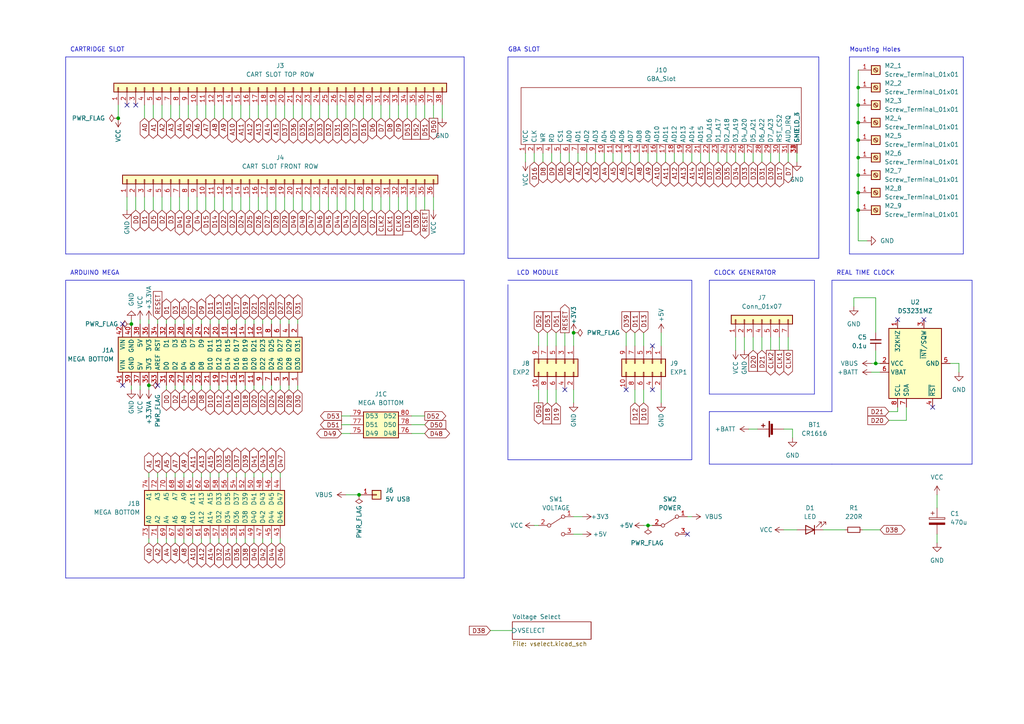
<source format=kicad_sch>
(kicad_sch (version 20231120) (generator "eeschema") (generator_version "8.0")
  (paper "A4")
  (title_block (title "OSCR HW5") (date "2023-07-16") (rev "5"))
  (junction (at 254 105.41))
  (junction (at 248.92 45.72))
  (junction (at 248.92 40.64))
  (junction (at 248.92 55.88))
  (junction (at 248.92 25.4))
  (junction (at 38.1 93.98))
  (junction (at 248.92 30.48))
  (junction (at 104.14 143.51))
  (junction (at 187.96 152.4))
  (junction (at 248.92 60.96))
  (junction (at 248.92 50.8))
  (junction (at 34.29 34.29))
  (junction (at 43.18 111.76))
  (junction (at 248.92 35.56))
  (junction (at 166.37 96.52))
  (no_connect (at 45.72 111.76))
  (no_connect (at 163.83 113.03))
  (no_connect (at 181.61 113.03))
  (no_connect (at 189.23 100.33))
  (no_connect (at 189.23 113.03))
  (no_connect (at 36.83 30.48))
  (no_connect (at 199.39 154.94))
  (no_connect (at 267.97 92.71))
  (no_connect (at 260.35 92.71))
  (no_connect (at 270.51 118.11))
  (no_connect (at 39.37 30.48))
  (no_connect (at 35.56 93.98))
  (no_connect (at 35.56 111.76))
  (wire (pts (xy 123.19 30.48) (xy 123.19 34.29)))
  (wire (pts (xy 49.53 57.15) (xy 49.53 60.96)))
  (wire (pts (xy 203.2 44.45) (xy 203.2 46.99)))
  (wire (pts (xy 254 101.6) (xy 254 105.41)))
  (wire (pts (xy 39.37 57.15) (xy 39.37 60.96)))
  (wire (pts (xy 68.58 111.76) (xy 68.58 113.03)))
  (wire (pts (xy 57.15 57.15) (xy 57.15 60.96)))
  (wire (pts (xy 78.74 92.71) (xy 78.74 93.98)))
  (wire (pts (xy 175.26 44.45) (xy 175.26 46.99)))
  (polyline (pts (xy 241.3 134.62) (xy 205.74 134.62)))
  (wire (pts (xy 110.49 30.48) (xy 110.49 34.29)))
  (wire (pts (xy 231.14 44.45) (xy 231.14 46.99)))
  (wire (pts (xy 92.71 30.48) (xy 92.71 34.29)))
  (wire (pts (xy 77.47 30.48) (xy 77.47 34.29)))
  (wire (pts (xy 248.92 40.64) (xy 248.92 45.72)))
  (wire (pts (xy 50.8 156.21) (xy 50.8 157.48)))
  (wire (pts (xy 63.5 111.76) (xy 63.5 113.03)))
  (wire (pts (xy 223.52 44.45) (xy 223.52 46.99)))
  (polyline (pts (xy 147.32 16.51) (xy 237.49 16.51)))
  (wire (pts (xy 118.11 30.48) (xy 118.11 34.29)))
  (wire (pts (xy 190.5 44.45) (xy 190.5 46.99)))
  (wire (pts (xy 82.55 57.15) (xy 82.55 60.96)))
  (wire (pts (xy 187.96 44.45) (xy 187.96 46.99)))
  (wire (pts (xy 52.07 57.15) (xy 52.07 60.96)))
  (wire (pts (xy 66.04 156.21) (xy 66.04 157.48)))
  (wire (pts (xy 71.12 92.71) (xy 71.12 93.98)))
  (wire (pts (xy 100.33 143.51) (xy 104.14 143.51)))
  (wire (pts (xy 66.04 137.16) (xy 66.04 138.43)))
  (wire (pts (xy 218.44 44.45) (xy 218.44 46.99)))
  (wire (pts (xy 99.06 120.65) (xy 101.6 120.65)))
  (wire (pts (xy 208.28 44.45) (xy 208.28 46.99)))
  (wire (pts (xy 257.81 119.38) (xy 260.35 119.38)))
  (wire (pts (xy 170.18 44.45) (xy 170.18 46.99)))
  (wire (pts (xy 223.52 97.79) (xy 223.52 101.6)))
  (wire (pts (xy 157.48 44.45) (xy 157.48 46.99)))
  (wire (pts (xy 68.58 156.21) (xy 68.58 157.48)))
  (wire (pts (xy 238.76 153.67) (xy 245.11 153.67)))
  (wire (pts (xy 184.15 113.03) (xy 184.15 116.84)))
  (polyline (pts (xy 205.74 81.28) (xy 205.74 114.3)))
  (polyline (pts (xy 205.74 81.28) (xy 236.22 81.28)))
  (polyline (pts (xy 205.74 114.3) (xy 236.22 114.3)))
  (polyline (pts (xy 236.22 114.3) (xy 236.22 81.28)))
  (wire (pts (xy 107.95 30.48) (xy 107.95 34.29)))
  (polyline (pts (xy 205.74 134.62) (xy 205.74 119.38)))
  (wire (pts (xy 248.92 69.85) (xy 251.46 69.85)))
  (wire (pts (xy 254 96.52) (xy 254 86.36)))
  (wire (pts (xy 123.19 57.15) (xy 123.19 60.96)))
  (wire (pts (xy 41.91 30.48) (xy 41.91 34.29)))
  (wire (pts (xy 74.93 30.48) (xy 74.93 34.29)))
  (wire (pts (xy 227.33 124.46) (xy 229.87 124.46)))
  (wire (pts (xy 248.92 20.32) (xy 248.92 25.4)))
  (wire (pts (xy 72.39 30.48) (xy 72.39 34.29)))
  (wire (pts (xy 54.61 57.15) (xy 54.61 60.96)))
  (wire (pts (xy 80.01 57.15) (xy 80.01 60.96)))
  (wire (pts (xy 115.57 57.15) (xy 115.57 60.96)))
  (wire (pts (xy 165.1 44.45) (xy 165.1 46.99)))
  (wire (pts (xy 68.58 92.71) (xy 68.58 93.98)))
  (wire (pts (xy 60.96 92.71) (xy 60.96 93.98)))
  (wire (pts (xy 278.13 105.41) (xy 275.59 105.41)))
  (wire (pts (xy 110.49 57.15) (xy 110.49 60.96)))
  (wire (pts (xy 248.92 35.56) (xy 248.92 40.64)))
  (wire (pts (xy 191.77 96.52) (xy 191.77 100.33)))
  (wire (pts (xy 43.18 156.21) (xy 43.18 157.48)))
  (wire (pts (xy 45.72 137.16) (xy 45.72 138.43)))
  (wire (pts (xy 72.39 57.15) (xy 72.39 60.96)))
  (wire (pts (xy 160.02 44.45) (xy 160.02 46.99)))
  (wire (pts (xy 86.36 111.76) (xy 86.36 113.03)))
  (wire (pts (xy 191.77 113.03) (xy 191.77 116.84)))
  (wire (pts (xy 64.77 30.48) (xy 64.77 34.29)))
  (wire (pts (xy 55.88 92.71) (xy 55.88 93.98)))
  (wire (pts (xy 193.04 44.45) (xy 193.04 46.99)))
  (wire (pts (xy 81.28 92.71) (xy 81.28 93.98)))
  (wire (pts (xy 186.69 96.52) (xy 186.69 100.33)))
  (wire (pts (xy 215.9 44.45) (xy 215.9 46.99)))
  (wire (pts (xy 248.92 55.88) (xy 248.92 60.96)))
  (wire (pts (xy 55.88 156.21) (xy 55.88 157.48)))
  (wire (pts (xy 260.35 119.38) (xy 260.35 118.11)))
  (wire (pts (xy 125.73 30.48) (xy 125.73 34.29)))
  (wire (pts (xy 46.99 30.48) (xy 46.99 34.29)))
  (wire (pts (xy 220.98 97.79) (xy 220.98 101.6)))
  (polyline (pts (xy 281.94 134.62) (xy 281.94 81.28)))
  (wire (pts (xy 50.8 111.76) (xy 50.8 113.03)))
  (wire (pts (xy 205.74 44.45) (xy 205.74 46.99)))
  (wire (pts (xy 73.66 137.16) (xy 73.66 138.43)))
  (wire (pts (xy 63.5 137.16) (xy 63.5 138.43)))
  (wire (pts (xy 44.45 57.15) (xy 44.45 60.96)))
  (wire (pts (xy 105.41 30.48) (xy 105.41 34.29)))
  (wire (pts (xy 48.26 156.21) (xy 48.26 157.48)))
  (polyline (pts (xy 147.32 74.93) (xy 237.49 74.93)))
  (polyline (pts (xy 241.3 134.62) (xy 281.94 134.62)))
  (polyline (pts (xy 246.38 16.51) (xy 246.38 73.66)))
  (polyline (pts (xy 246.38 16.51) (xy 279.4 16.51)))
  (polyline (pts (xy 279.4 16.51) (xy 279.4 73.66)))
  (polyline (pts (xy 279.4 73.66) (xy 246.38 73.66)))
  (wire (pts (xy 41.91 57.15) (xy 41.91 60.96)))
  (wire (pts (xy 220.98 44.45) (xy 220.98 46.99)))
  (wire (pts (xy 81.28 111.76) (xy 81.28 113.03)))
  (wire (pts (xy 187.96 152.4) (xy 189.23 152.4)))
  (wire (pts (xy 68.58 137.16) (xy 68.58 138.43)))
  (wire (pts (xy 44.45 30.48) (xy 44.45 34.29)))
  (wire (pts (xy 53.34 137.16) (xy 53.34 138.43)))
  (wire (pts (xy 120.65 57.15) (xy 120.65 60.96)))
  (wire (pts (xy 158.75 96.52) (xy 158.75 100.33)))
  (wire (pts (xy 78.74 156.21) (xy 78.74 157.48)))
  (wire (pts (xy 50.8 92.71) (xy 50.8 93.98)))
  (wire (pts (xy 252.73 107.95) (xy 255.27 107.95)))
  (wire (pts (xy 247.65 86.36) (xy 247.65 88.9)))
  (wire (pts (xy 252.73 105.41) (xy 254 105.41)))
  (wire (pts (xy 82.55 30.48) (xy 82.55 34.29)))
  (wire (pts (xy 248.92 30.48) (xy 248.92 35.56)))
  (wire (pts (xy 71.12 111.76) (xy 71.12 113.03)))
  (wire (pts (xy 97.79 57.15) (xy 97.79 60.96)))
  (wire (pts (xy 158.75 113.03) (xy 158.75 116.84)))
  (wire (pts (xy 69.85 30.48) (xy 69.85 34.29)))
  (wire (pts (xy 248.92 45.72) (xy 248.92 50.8)))
  (wire (pts (xy 80.01 30.48) (xy 80.01 34.29)))
  (wire (pts (xy 90.17 57.15) (xy 90.17 60.96)))
  (polyline (pts (xy 19.05 16.51) (xy 19.05 73.66)))
  (polyline (pts (xy 19.05 16.51) (xy 134.62 16.51)))
  (polyline (pts (xy 134.62 16.51) (xy 134.62 73.66)))
  (polyline (pts (xy 134.62 73.66) (xy 19.05 73.66)))
  (wire (pts (xy 226.06 97.79) (xy 226.06 101.6)))
  (wire (pts (xy 60.96 137.16) (xy 60.96 138.43)))
  (wire (pts (xy 52.07 30.48) (xy 52.07 34.29)))
  (wire (pts (xy 248.92 50.8) (xy 248.92 55.88)))
  (wire (pts (xy 227.33 153.67) (xy 231.14 153.67)))
  (wire (pts (xy 254 86.36) (xy 247.65 86.36)))
  (wire (pts (xy 78.74 137.16) (xy 78.74 138.43)))
  (wire (pts (xy 100.33 30.48) (xy 100.33 34.29)))
  (wire (pts (xy 58.42 92.71) (xy 58.42 93.98)))
  (wire (pts (xy 177.8 44.45) (xy 177.8 46.99)))
  (wire (pts (xy 58.42 137.16) (xy 58.42 138.43)))
  (wire (pts (xy 38.1 92.71) (xy 38.1 93.98)))
  (wire (pts (xy 34.29 30.48) (xy 34.29 34.29)))
  (wire (pts (xy 95.25 30.48) (xy 95.25 34.29)))
  (wire (pts (xy 50.8 137.16) (xy 50.8 138.43)))
  (wire (pts (xy 154.94 152.4) (xy 156.21 152.4)))
  (wire (pts (xy 95.25 57.15) (xy 95.25 60.96)))
  (wire (pts (xy 77.47 57.15) (xy 77.47 60.96)))
  (wire (pts (xy 186.69 152.4) (xy 187.96 152.4)))
  (wire (pts (xy 64.77 57.15) (xy 64.77 60.96)))
  (wire (pts (xy 271.78 154.94) (xy 271.78 157.48)))
  (polyline (pts (xy 237.49 74.93) (xy 237.49 16.51)))
  (wire (pts (xy 67.31 30.48) (xy 67.31 34.29)))
  (wire (pts (xy 87.63 30.48) (xy 87.63 34.29)))
  (wire (pts (xy 113.03 30.48) (xy 113.03 34.29)))
  (wire (pts (xy 40.64 92.71) (xy 40.64 93.98)))
  (wire (pts (xy 71.12 137.16) (xy 71.12 138.43)))
  (wire (pts (xy 213.36 97.79) (xy 213.36 101.6)))
  (wire (pts (xy 184.15 96.52) (xy 184.15 100.33)))
  (wire (pts (xy 46.99 57.15) (xy 46.99 60.96)))
  (wire (pts (xy 48.26 137.16) (xy 48.26 138.43)))
  (polyline (pts (xy 147.32 81.28) (xy 200.66 81.28)))
  (polyline (pts (xy 147.32 82.55) (xy 147.32 133.35)))
  (polyline (pts (xy 147.32 133.35) (xy 200.66 133.35)))
  (polyline (pts (xy 200.66 133.35) (xy 200.66 81.28)))
  (wire (pts (xy 162.56 44.45) (xy 162.56 46.99)))
  (polyline (pts (xy 19.05 81.28) (xy 19.05 167.64)))
  (polyline (pts (xy 19.05 81.28) (xy 134.62 81.28)))
  (polyline (pts (xy 19.05 167.64) (xy 134.62 167.64)))
  (polyline (pts (xy 134.62 167.64) (xy 134.62 81.28)))
  (wire (pts (xy 107.95 57.15) (xy 107.95 60.96)))
  (wire (pts (xy 199.39 149.86) (xy 200.66 149.86)))
  (wire (pts (xy 76.2 111.76) (xy 76.2 113.03)))
  (wire (pts (xy 67.31 57.15) (xy 67.31 60.96)))
  (wire (pts (xy 99.06 123.19) (xy 101.6 123.19)))
  (wire (pts (xy 54.61 30.48) (xy 54.61 34.29)))
  (wire (pts (xy 156.21 113.03) (xy 156.21 116.84)))
  (wire (pts (xy 278.13 107.95) (xy 278.13 105.41)))
  (wire (pts (xy 45.72 156.21) (xy 45.72 157.48)))
  (wire (pts (xy 163.83 96.52) (xy 163.83 100.33)))
  (wire (pts (xy 53.34 92.71) (xy 53.34 93.98)))
  (wire (pts (xy 166.37 149.86) (xy 168.91 149.86)))
  (wire (pts (xy 119.38 125.73) (xy 123.19 125.73)))
  (wire (pts (xy 166.37 113.03) (xy 166.37 116.84)))
  (wire (pts (xy 262.89 121.92) (xy 257.81 121.92)))
  (wire (pts (xy 156.21 96.52) (xy 156.21 100.33)))
  (wire (pts (xy 49.53 30.48) (xy 49.53 34.29)))
  (wire (pts (xy 271.78 143.51) (xy 271.78 147.32)))
  (wire (pts (xy 198.12 44.45) (xy 198.12 46.99)))
  (polyline (pts (xy 241.3 81.28) (xy 281.94 81.28)))
  (wire (pts (xy 154.94 44.45) (xy 154.94 46.99)))
  (wire (pts (xy 60.96 111.76) (xy 60.96 113.03)))
  (wire (pts (xy 113.03 57.15) (xy 113.03 60.96)))
  (wire (pts (xy 73.66 156.21) (xy 73.66 157.48)))
  (polyline (pts (xy 205.74 119.38) (xy 241.3 119.38)))
  (wire (pts (xy 166.37 96.52) (xy 166.37 100.33)))
  (wire (pts (xy 102.87 30.48) (xy 102.87 34.29)))
  (wire (pts (xy 166.37 154.94) (xy 168.91 154.94)))
  (wire (pts (xy 180.34 44.45) (xy 180.34 46.99)))
  (wire (pts (xy 217.17 124.46) (xy 219.71 124.46)))
  (wire (pts (xy 59.69 30.48) (xy 59.69 34.29)))
  (wire (pts (xy 92.71 57.15) (xy 92.71 60.96)))
  (wire (pts (xy 181.61 96.52) (xy 181.61 100.33)))
  (wire (pts (xy 195.58 44.45) (xy 195.58 46.99)))
  (wire (pts (xy 218.44 97.79) (xy 218.44 101.6)))
  (wire (pts (xy 119.38 120.65) (xy 123.19 120.65)))
  (wire (pts (xy 62.23 57.15) (xy 62.23 60.96)))
  (wire (pts (xy 83.82 92.71) (xy 83.82 93.98)))
  (wire (pts (xy 66.04 111.76) (xy 66.04 113.03)))
  (wire (pts (xy 254 105.41) (xy 255.27 105.41)))
  (wire (pts (xy 262.89 118.11) (xy 262.89 121.92)))
  (wire (pts (xy 48.26 111.76) (xy 48.26 113.03)))
  (wire (pts (xy 228.6 44.45) (xy 228.6 46.99)))
  (wire (pts (xy 58.42 156.21) (xy 58.42 157.48)))
  (wire (pts (xy 43.18 137.16) (xy 43.18 138.43)))
  (wire (pts (xy 128.27 30.48) (xy 128.27 34.29)))
  (wire (pts (xy 161.29 113.03) (xy 161.29 116.84)))
  (wire (pts (xy 248.92 25.4) (xy 248.92 30.48)))
  (wire (pts (xy 74.93 57.15) (xy 74.93 60.96)))
  (wire (pts (xy 43.18 111.76) (xy 43.18 113.03)))
  (wire (pts (xy 48.26 92.71) (xy 48.26 93.98)))
  (wire (pts (xy 229.87 124.46) (xy 229.87 127)))
  (wire (pts (xy 73.66 92.71) (xy 73.66 93.98)))
  (wire (pts (xy 186.69 113.03) (xy 186.69 116.84)))
  (wire (pts (xy 115.57 30.48) (xy 115.57 34.29)))
  (wire (pts (xy 62.23 30.48) (xy 62.23 34.29)))
  (wire (pts (xy 105.41 57.15) (xy 105.41 60.96)))
  (wire (pts (xy 210.82 44.45) (xy 210.82 46.99)))
  (wire (pts (xy 120.65 30.48) (xy 120.65 34.29)))
  (wire (pts (xy 57.15 30.48) (xy 57.15 34.29)))
  (wire (pts (xy 60.96 156.21) (xy 60.96 157.48)))
  (wire (pts (xy 85.09 57.15) (xy 85.09 60.96)))
  (wire (pts (xy 99.06 125.73) (xy 101.6 125.73)))
  (wire (pts (xy 45.72 92.71) (xy 45.72 93.98)))
  (wire (pts (xy 81.28 156.21) (xy 81.28 157.48)))
  (wire (pts (xy 85.09 30.48) (xy 85.09 34.29)))
  (wire (pts (xy 58.42 111.76) (xy 58.42 113.03)))
  (wire (pts (xy 76.2 137.16) (xy 76.2 138.43)))
  (wire (pts (xy 71.12 156.21) (xy 71.12 157.48)))
  (polyline (pts (xy 147.32 16.51) (xy 147.32 74.93)))
  (wire (pts (xy 213.36 44.45) (xy 213.36 46.99)))
  (wire (pts (xy 63.5 156.21) (xy 63.5 157.48)))
  (wire (pts (xy 38.1 111.76) (xy 38.1 113.03)))
  (wire (pts (xy 118.11 57.15) (xy 118.11 60.96)))
  (wire (pts (xy 142.24 182.88) (xy 148.59 182.88)))
  (wire (pts (xy 43.18 92.71) (xy 43.18 93.98)))
  (wire (pts (xy 87.63 57.15) (xy 87.63 60.96)))
  (wire (pts (xy 69.85 57.15) (xy 69.85 60.96)))
  (wire (pts (xy 228.6 97.79) (xy 228.6 101.6)))
  (wire (pts (xy 66.04 92.71) (xy 66.04 93.98)))
  (wire (pts (xy 125.73 57.15) (xy 125.73 60.96)))
  (wire (pts (xy 182.88 44.45) (xy 182.88 46.99)))
  (wire (pts (xy 172.72 44.45) (xy 172.72 46.99)))
  (wire (pts (xy 90.17 30.48) (xy 90.17 34.29)))
  (wire (pts (xy 250.19 153.67) (xy 255.27 153.67)))
  (wire (pts (xy 40.64 111.76) (xy 40.64 113.03)))
  (wire (pts (xy 97.79 30.48) (xy 97.79 34.29)))
  (wire (pts (xy 167.64 44.45) (xy 167.64 46.99)))
  (wire (pts (xy 73.66 111.76) (xy 73.66 113.03)))
  (polyline (pts (xy 241.3 81.28) (xy 241.3 119.38)))
  (wire (pts (xy 36.83 57.15) (xy 36.83 60.96)))
  (wire (pts (xy 185.42 44.45) (xy 185.42 46.99)))
  (wire (pts (xy 161.29 96.52) (xy 161.29 100.33)))
  (wire (pts (xy 100.33 57.15) (xy 100.33 60.96)))
  (wire (pts (xy 53.34 156.21) (xy 53.34 157.48)))
  (wire (pts (xy 55.88 111.76) (xy 55.88 113.03)))
  (wire (pts (xy 53.34 111.76) (xy 53.34 113.03)))
  (wire (pts (xy 76.2 92.71) (xy 76.2 93.98)))
  (wire (pts (xy 83.82 111.76) (xy 83.82 113.03)))
  (wire (pts (xy 55.88 137.16) (xy 55.88 138.43)))
  (wire (pts (xy 102.87 57.15) (xy 102.87 60.96)))
  (wire (pts (xy 119.38 123.19) (xy 123.19 123.19)))
  (wire (pts (xy 76.2 156.21) (xy 76.2 157.48)))
  (wire (pts (xy 200.66 44.45) (xy 200.66 46.99)))
  (wire (pts (xy 215.9 97.79) (xy 215.9 101.6)))
  (wire (pts (xy 248.92 60.96) (xy 248.92 69.85)))
  (wire (pts (xy 59.69 57.15) (xy 59.69 60.96)))
  (wire (pts (xy 86.36 92.71) (xy 86.36 93.98)))
  (wire (pts (xy 78.74 111.76) (xy 78.74 113.03)))
  (wire (pts (xy 63.5 92.71) (xy 63.5 93.98)))
  (wire (pts (xy 152.4 44.45) (xy 152.4 46.99)))
  (wire (pts (xy 226.06 44.45) (xy 226.06 46.99)))
  (wire (pts (xy 81.28 137.16) (xy 81.28 138.43)))
  (text "LCD MODULE" (at 149.86 80.01 0) (effects (font (size 1.27 1.27)) (justify left bottom)))
  (text "REAL TIME CLOCK" (at 242.57 80.01 0) (effects (font (size 1.27 1.27)) (justify left bottom)))
  (text "CLOCK GENERATOR" (at 207.01 80.01 0) (effects (font (size 1.27 1.27)) (justify left bottom)))
  (text "CARTRIDGE SLOT" (at 20.32 15.24 0) (effects (font (size 1.27 1.27)) (justify left bottom)))
  (text "GBA SLOT" (at 147.32 15.24 0) (effects (font (size 1.27 1.27)) (justify left bottom)))
  (text "ARDUINO MEGA" (at 20.32 80.01 0) (effects (font (size 1.27 1.27)) (justify left bottom)))
  (text "Mounting Holes" (at 246.38 15.24 0) (effects (font (size 1.27 1.27)) (justify left bottom)))
  (global_label "D14" (shape bidirectional) (at 66.04 113.03 270) (property "Intersheetrefs" "${INTERSHEET_REFS}" (effects (hide yes))))
  (global_label "A7" (shape bidirectional) (at 182.88 46.99 270) (property "Intersheetrefs" "${INTERSHEET_REFS}" (effects (hide yes))))
  (global_label "D44" (shape bidirectional) (at 78.74 157.48 270) (property "Intersheetrefs" "${INTERSHEET_REFS}" (effects (hide yes))))
  (global_label "A6" (shape bidirectional) (at 57.15 34.29 270) (property "Intersheetrefs" "${INTERSHEET_REFS}" (effects (hide yes))))
  (global_label "D6" (shape bidirectional) (at 162.56 46.99 270) (property "Intersheetrefs" "${INTERSHEET_REFS}" (effects (hide yes))))
  (global_label "D11" (shape input) (at 184.15 96.52 90) (property "Intersheetrefs" "${INTERSHEET_REFS}" (effects (hide yes))))
  (global_label "D51" (shape input) (at 123.19 34.29 270) (property "Intersheetrefs" "${INTERSHEET_REFS}" (effects (hide yes))))
  (global_label "D38" (shape bidirectional) (at 71.12 157.48 270) (property "Intersheetrefs" "${INTERSHEET_REFS}" (effects (hide yes))))
  (global_label "D29" (shape bidirectional) (at 82.55 60.96 270) (property "Intersheetrefs" "${INTERSHEET_REFS}" (effects (hide yes))))
  (global_label "A10" (shape bidirectional) (at 55.88 157.48 270) (property "Intersheetrefs" "${INTERSHEET_REFS}" (effects (hide yes))))
  (global_label "D38" (shape input) (at 142.24 182.88 180) (property "Intersheetrefs" "${INTERSHEET_REFS}" (effects (hide yes))))
  (global_label "A9" (shape bidirectional) (at 64.77 34.29 270) (property "Intersheetrefs" "${INTERSHEET_REFS}" (effects (hide yes))))
  (global_label "D31" (shape bidirectional) (at 97.79 34.29 270) (property "Intersheetrefs" "${INTERSHEET_REFS}" (effects (hide yes))))
  (global_label "D4" (shape bidirectional) (at 53.34 113.03 270) (property "Intersheetrefs" "${INTERSHEET_REFS}" (effects (hide yes))))
  (global_label "D24" (shape bidirectional) (at 69.85 60.96 270) (property "Intersheetrefs" "${INTERSHEET_REFS}" (effects (hide yes))))
  (global_label "D28" (shape bidirectional) (at 83.82 113.03 270) (property "Intersheetrefs" "${INTERSHEET_REFS}" (effects (hide yes))))
  (global_label "D9" (shape bidirectional) (at 160.02 46.99 270) (property "Intersheetrefs" "${INTERSHEET_REFS}" (effects (hide yes))))
  (global_label "D19" (shape bidirectional) (at 71.12 92.71 90) (property "Intersheetrefs" "${INTERSHEET_REFS}" (effects (hide yes))))
  (global_label "CLK2" (shape output) (at 223.52 101.6 270) (property "Intersheetrefs" "${INTERSHEET_REFS}" (effects (hide yes))))
  (global_label "D0" (shape bidirectional) (at 48.26 113.03 270) (property "Intersheetrefs" "${INTERSHEET_REFS}" (effects (hide yes))))
  (global_label "D50" (shape output) (at 125.73 34.29 270) (property "Intersheetrefs" "${INTERSHEET_REFS}" (effects (hide yes))))
  (global_label "D17" (shape bidirectional) (at 102.87 34.29 270) (property "Intersheetrefs" "${INTERSHEET_REFS}" (effects (hide yes))))
  (global_label "D37" (shape bidirectional) (at 68.58 137.16 90) (property "Intersheetrefs" "${INTERSHEET_REFS}" (effects (hide yes))))
  (global_label "D7" (shape bidirectional) (at 228.6 46.99 270) (property "Intersheetrefs" "${INTERSHEET_REFS}" (effects (hide yes))))
  (global_label "D34" (shape bidirectional) (at 90.17 34.29 270) (property "Intersheetrefs" "${INTERSHEET_REFS}" (effects (hide yes))))
  (global_label "A11" (shape bidirectional) (at 69.85 34.29 270) (property "Intersheetrefs" "${INTERSHEET_REFS}" (effects (hide yes))))
  (global_label "A6" (shape bidirectional) (at 50.8 157.48 270) (property "Intersheetrefs" "${INTERSHEET_REFS}" (effects (hide yes))))
  (global_label "D46" (shape bidirectional) (at 92.71 60.96 270) (property "Intersheetrefs" "${INTERSHEET_REFS}" (effects (hide yes))))
  (global_label "A2" (shape bidirectional) (at 170.18 46.99 270) (property "Intersheetrefs" "${INTERSHEET_REFS}" (effects (hide yes))))
  (global_label "D25" (shape bidirectional) (at 72.39 60.96 270) (property "Intersheetrefs" "${INTERSHEET_REFS}" (effects (hide yes))))
  (global_label "A5" (shape bidirectional) (at 177.8 46.99 270) (property "Intersheetrefs" "${INTERSHEET_REFS}" (effects (hide yes))))
  (global_label "D24" (shape bidirectional) (at 78.74 113.03 270) (property "Intersheetrefs" "${INTERSHEET_REFS}" (effects (hide yes))))
  (global_label "CLK1" (shape input) (at 113.03 60.96 270) (property "Intersheetrefs" "${INTERSHEET_REFS}" (effects (hide yes))))
  (global_label "A5" (shape bidirectional) (at 54.61 34.29 270) (property "Intersheetrefs" "${INTERSHEET_REFS}" (effects (hide yes))))
  (global_label "D50" (shape output) (at 156.21 116.84 270) (property "Intersheetrefs" "${INTERSHEET_REFS}" (effects (hide yes))))
  (global_label "A13" (shape bidirectional) (at 198.12 46.99 270) (property "Intersheetrefs" "${INTERSHEET_REFS}" (effects (hide yes))))
  (global_label "CLK0" (shape output) (at 228.6 101.6 270) (property "Intersheetrefs" "${INTERSHEET_REFS}" (effects (hide yes))))
  (global_label "A11" (shape bidirectional) (at 55.88 137.16 90) (property "Intersheetrefs" "${INTERSHEET_REFS}" (effects (hide yes))))
  (global_label "D49" (shape bidirectional) (at 85.09 60.96 270) (property "Intersheetrefs" "${INTERSHEET_REFS}" (effects (hide yes))))
  (global_label "D7" (shape bidirectional) (at 110.49 34.29 270) (property "Intersheetrefs" "${INTERSHEET_REFS}" (effects (hide yes))))
  (global_label "D46" (shape bidirectional) (at 81.28 157.48 270) (property "Intersheetrefs" "${INTERSHEET_REFS}" (effects (hide yes))))
  (global_label "D48" (shape bidirectional) (at 123.19 125.73 0) (property "Intersheetrefs" "${INTERSHEET_REFS}" (effects (hide yes))))
  (global_label "D21" (shape bidirectional) (at 73.66 92.71 90) (property "Intersheetrefs" "${INTERSHEET_REFS}" (effects (hide yes))))
  (global_label "D6" (shape bidirectional) (at 55.88 113.03 270) (property "Intersheetrefs" "${INTERSHEET_REFS}" (effects (hide yes))))
  (global_label "D16" (shape bidirectional) (at 105.41 34.29 270) (property "Intersheetrefs" "${INTERSHEET_REFS}" (effects (hide yes))))
  (global_label "D33" (shape bidirectional) (at 92.71 34.29 270) (property "Intersheetrefs" "${INTERSHEET_REFS}" (effects (hide yes))))
  (global_label "A12" (shape bidirectional) (at 72.39 34.29 270) (property "Intersheetrefs" "${INTERSHEET_REFS}" (effects (hide yes))))
  (global_label "CLK0" (shape input) (at 115.57 60.96 270) (property "Intersheetrefs" "${INTERSHEET_REFS}" (effects (hide yes))))
  (global_label "D9" (shape bidirectional) (at 115.57 34.29 270) (property "Intersheetrefs" "${INTERSHEET_REFS}" (effects (hide yes))))
  (global_label "D53" (shape input) (at 118.11 34.29 270) (property "Intersheetrefs" "${INTERSHEET_REFS}" (effects (hide yes))))
  (global_label "D17" (shape bidirectional) (at 68.58 92.71 90) (property "Intersheetrefs" "${INTERSHEET_REFS}" (effects (hide yes))))
  (global_label "D38" (shape bidirectional) (at 120.65 60.96 270) (property "Intersheetrefs" "${INTERSHEET_REFS}" (effects (hide yes))))
  (global_label "A7" (shape bidirectional) (at 59.69 34.29 270) (property "Intersheetrefs" "${INTERSHEET_REFS}" (effects (hide yes))))
  (global_label "D52" (shape input) (at 120.65 34.29 270) (property "Intersheetrefs" "${INTERSHEET_REFS}" (effects (hide yes))))
  (global_label "D30" (shape bidirectional) (at 100.33 34.29 270) (property "Intersheetrefs" "${INTERSHEET_REFS}" (effects (hide yes))))
  (global_label "D13" (shape input) (at 186.69 96.52 90) (property "Intersheetrefs" "${INTERSHEET_REFS}" (effects (hide yes))))
  (global_label "D8" (shape bidirectional) (at 58.42 113.03 270) (property "Intersheetrefs" "${INTERSHEET_REFS}" (effects (hide yes))))
  (global_label "D40" (shape bidirectional) (at 54.61 60.96 270) (property "Intersheetrefs" "${INTERSHEET_REFS}" (effects (hide yes))))
  (global_label "D15" (shape bidirectional) (at 59.69 60.96 270) (property "Intersheetrefs" "${INTERSHEET_REFS}" (effects (hide yes))))
  (global_label "A10" (shape bidirectional) (at 190.5 46.99 270) (property "Intersheetrefs" "${INTERSHEET_REFS}" (effects (hide yes))))
  (global_label "D34" (shape bidirectional) (at 66.04 157.48 270) (property "Intersheetrefs" "${INTERSHEET_REFS}" (effects (hide yes))))
  (global_label "D22" (shape bidirectional) (at 76.2 113.03 270) (property "Intersheetrefs" "${INTERSHEET_REFS}" (effects (hide yes))))
  (global_label "D26" (shape bidirectional) (at 81.28 113.03 270) (property "Intersheetrefs" "${INTERSHEET_REFS}" (effects (hide yes))))
  (global_label "D28" (shape bidirectional) (at 80.01 60.96 270) (property "Intersheetrefs" "${INTERSHEET_REFS}" (effects (hide yes))))
  (global_label "A3" (shape bidirectional) (at 172.72 46.99 270) (property "Intersheetrefs" "${INTERSHEET_REFS}" (effects (hide yes))))
  (global_label "D42" (shape bidirectional) (at 76.2 157.48 270) (property "Intersheetrefs" "${INTERSHEET_REFS}" (effects (hide yes))))
  (global_label "D43" (shape bidirectional) (at 76.2 137.16 90) (property "Intersheetrefs" "${INTERSHEET_REFS}" (effects (hide yes))))
  (global_label "A1" (shape bidirectional) (at 44.45 34.29 270) (property "Intersheetrefs" "${INTERSHEET_REFS}" (effects (hide yes))))
  (global_label "D47" (shape bidirectional) (at 90.17 60.96 270) (property "Intersheetrefs" "${INTERSHEET_REFS}" (effects (hide yes))))
  (global_label "D12" (shape input) (at 184.15 116.84 270) (property "Intersheetrefs" "${INTERSHEET_REFS}" (effects (hide yes))))
  (global_label "D36" (shape bidirectional) (at 68.58 157.48 270) (property "Intersheetrefs" "${INTERSHEET_REFS}" (effects (hide yes))))
  (global_label "A13" (shape bidirectional) (at 74.93 34.29 270) (property "Intersheetrefs" "${INTERSHEET_REFS}" (effects (hide yes))))
  (global_label "D16" (shape bidirectional) (at 68.58 113.03 270) (property "Intersheetrefs" "${INTERSHEET_REFS}" (effects (hide yes))))
  (global_label "D18" (shape input) (at 158.75 116.84 270) (property "Intersheetrefs" "${INTERSHEET_REFS}" (effects (hide yes))))
  (global_label "A3" (shape bidirectional) (at 49.53 34.29 270) (property "Intersheetrefs" "${INTERSHEET_REFS}" (effects (hide yes))))
  (global_label "A12" (shape bidirectional) (at 58.42 157.48 270) (property "Intersheetrefs" "${INTERSHEET_REFS}" (effects (hide yes))))
  (global_label "D49" (shape bidirectional) (at 99.06 125.73 180) (property "Intersheetrefs" "${INTERSHEET_REFS}" (effects (hide yes))))
  (global_label "D51" (shape output) (at 99.06 123.19 180) (property "Intersheetrefs" "${INTERSHEET_REFS}" (effects (hide yes))))
  (global_label "A9" (shape bidirectional) (at 53.34 137.16 90) (property "Intersheetrefs" "${INTERSHEET_REFS}" (effects (hide yes))))
  (global_label "A11" (shape bidirectional) (at 193.04 46.99 270) (property "Intersheetrefs" "${INTERSHEET_REFS}" (effects (hide yes))))
  (global_label "D43" (shape bidirectional) (at 100.33 60.96 270) (property "Intersheetrefs" "${INTERSHEET_REFS}" (effects (hide yes))))
  (global_label "D8" (shape bidirectional) (at 113.03 34.29 270) (property "Intersheetrefs" "${INTERSHEET_REFS}" (effects (hide yes))))
  (global_label "D36" (shape bidirectional) (at 85.09 34.29 270) (property "Intersheetrefs" "${INTERSHEET_REFS}" (effects (hide yes))))
  (global_label "D35" (shape bidirectional) (at 210.82 46.99 270) (property "Intersheetrefs" "${INTERSHEET_REFS}" (effects (hide yes))))
  (global_label "D47" (shape bidirectional) (at 81.28 137.16 90) (property "Intersheetrefs" "${INTERSHEET_REFS}" (effects (hide yes))))
  (global_label "D45" (shape bidirectional) (at 78.74 137.16 90) (property "Intersheetrefs" "${INTERSHEET_REFS}" (effects (hide yes))))
  (global_label "D21" (shape input) (at 257.81 119.38 180) (property "Intersheetrefs" "${INTERSHEET_REFS}" (effects (hide yes))))
  (global_label "A2" (shape bidirectional) (at 45.72 157.48 270) (property "Intersheetrefs" "${INTERSHEET_REFS}" (effects (hide yes))))
  (global_label "D23" (shape bidirectional) (at 67.31 60.96 270) (property "Intersheetrefs" "${INTERSHEET_REFS}" (effects (hide yes))))
  (global_label "D31" (shape bidirectional) (at 86.36 92.71 90) (property "Intersheetrefs" "${INTERSHEET_REFS}" (effects (hide yes))))
  (global_label "D30" (shape bidirectional) (at 223.52 46.99 270) (property "Intersheetrefs" "${INTERSHEET_REFS}" (effects (hide yes))))
  (global_label "D33" (shape bidirectional) (at 215.9 46.99 270) (property "Intersheetrefs" "${INTERSHEET_REFS}" (effects (hide yes))))
  (global_label "D1" (shape bidirectional) (at 41.91 60.96 270) (property "Intersheetrefs" "${INTERSHEET_REFS}" (effects (hide yes))))
  (global_label "D39" (shape bidirectional) (at 71.12 137.16 90) (property "Intersheetrefs" "${INTERSHEET_REFS}" (effects (hide yes))))
  (global_label "D25" (shape bidirectional) (at 78.74 92.71 90) (property "Intersheetrefs" "${INTERSHEET_REFS}" (effects (hide yes))))
  (global_label "D14" (shape bidirectional) (at 62.23 60.96 270) (property "Intersheetrefs" "${INTERSHEET_REFS}" (effects (hide yes))))
  (global_label "A13" (shape bidirectional) (at 58.42 137.16 90) (property "Intersheetrefs" "${INTERSHEET_REFS}" (effects (hide yes))))
  (global_label "D31" (shape bidirectional) (at 220.98 46.99 270) (property "Intersheetrefs" "${INTERSHEET_REFS}" (effects (hide yes))))
  (global_label "D19" (shape input) (at 161.29 116.84 270) (property "Intersheetrefs" "${INTERSHEET_REFS}" (effects (hide yes))))
  (global_label "A9" (shape bidirectional) (at 187.96 46.99 270) (property "Intersheetrefs" "${INTERSHEET_REFS}" (effects (hide yes))))
  (global_label "D4" (shape bidirectional) (at 57.15 60.96 270) (property "Intersheetrefs" "${INTERSHEET_REFS}" (effects (hide yes))))
  (global_label "D22" (shape bidirectional) (at 64.77 60.96 270) (property "Intersheetrefs" "${INTERSHEET_REFS}" (effects (hide yes))))
  (global_label "A5" (shape bidirectional) (at 48.26 137.16 90) (property "Intersheetrefs" "${INTERSHEET_REFS}" (effects (hide yes))))
  (global_label "D2" (shape bidirectional) (at 46.99 60.96 270) (property "Intersheetrefs" "${INTERSHEET_REFS}" (effects (hide yes))))
  (global_label "D50" (shape input) (at 123.19 123.19 0) (property "Intersheetrefs" "${INTERSHEET_REFS}" (effects (hide yes))))
  (global_label "D17" (shape bidirectional) (at 226.06 46.99 270) (property "Intersheetrefs" "${INTERSHEET_REFS}" (effects (hide yes))))
  (global_label "CLK1" (shape output) (at 226.06 101.6 270) (property "Intersheetrefs" "${INTERSHEET_REFS}" (effects (hide yes))))
  (global_label "D35" (shape bidirectional) (at 87.63 34.29 270) (property "Intersheetrefs" "${INTERSHEET_REFS}" (effects (hide yes))))
  (global_label "D39" (shape input) (at 181.61 96.52 90) (property "Intersheetrefs" "${INTERSHEET_REFS}" (effects (hide yes))))
  (global_label "D21" (shape bidirectional) (at 107.95 60.96 270) (property "Intersheetrefs" "${INTERSHEET_REFS}" (effects (hide yes))))
  (global_label "A0" (shape bidirectional) (at 41.91 34.29 270) (property "Intersheetrefs" "${INTERSHEET_REFS}" (effects (hide yes))))
  (global_label "D13" (shape bidirectional) (at 63.5 92.71 90) (property "Intersheetrefs" "${INTERSHEET_REFS}" (effects (hide yes))))
  (global_label "D27" (shape bidirectional) (at 81.28 92.71 90) (property "Intersheetrefs" "${INTERSHEET_REFS}" (effects (hide yes))))
  (global_label "RESET" (shape input) (at 45.72 92.71 90) (property "Intersheetrefs" "${INTERSHEET_REFS}" (effects (hide yes))))
  (global_label "D44" (shape bidirectional) (at 97.79 60.96 270) (property "Intersheetrefs" "${INTERSHEET_REFS}" (effects (hide yes))))
  (global_label "A14" (shape bidirectional) (at 60.96 157.48 270) (property "Intersheetrefs" "${INTERSHEET_REFS}" (effects (hide yes))))
  (global_label "D20" (shape input) (at 257.81 121.92 180) (property "Intersheetrefs" "${INTERSHEET_REFS}" (effects (hide yes))))
  (global_label "D34" (shape bidirectional) (at 213.36 46.99 270) (property "Intersheetrefs" "${INTERSHEET_REFS}" (effects (hide yes))))
  (global_label "D48" (shape bidirectional) (at 87.63 60.96 270) (property "Intersheetrefs" "${INTERSHEET_REFS}" (effects (hide yes))))
  (global_label "A10" (shape bidirectional) (at 67.31 34.29 270) (property "Intersheetrefs" "${INTERSHEET_REFS}" (effects (hide yes))))
  (global_label "D15" (shape bidirectional) (at 66.04 92.71 90) (property "Intersheetrefs" "${INTERSHEET_REFS}" (effects (hide yes))))
  (global_label "A8" (shape bidirectional) (at 185.42 46.99 270) (property "Intersheetrefs" "${INTERSHEET_REFS}" (effects (hide yes))))
  (global_label "D27" (shape bidirectional) (at 77.47 60.96 270) (property "Intersheetrefs" "${INTERSHEET_REFS}" (effects (hide yes))))
  (global_label "D0" (shape bidirectional) (at 39.37 60.96 270) (property "Intersheetrefs" "${INTERSHEET_REFS}" (effects (hide yes))))
  (global_label "D38" (shape bidirectional) (at 255.27 153.67 0) (property "Intersheetrefs" "${INTERSHEET_REFS}" (effects (hide yes))))
  (global_label "D1" (shape bidirectional) (at 48.26 92.71 90) (property "Intersheetrefs" "${INTERSHEET_REFS}" (effects (hide yes))))
  (global_label "D2" (shape bidirectional) (at 50.8 113.03 270) (property "Intersheetrefs" "${INTERSHEET_REFS}" (effects (hide yes))))
  (global_label "A0" (shape bidirectional) (at 165.1 46.99 270) (property "Intersheetrefs" "${INTERSHEET_REFS}" (effects (hide yes))))
  (global_label "D33" (shape bidirectional) (at 63.5 137.16 90) (property "Intersheetrefs" "${INTERSHEET_REFS}" (effects (hide yes))))
  (global_label "A4" (shape bidirectional) (at 175.26 46.99 270) (property "Intersheetrefs" "${INTERSHEET_REFS}" (effects (hide yes))))
  (global_label "D16" (shape bidirectional) (at 154.94 46.99 270) (property "Intersheetrefs" "${INTERSHEET_REFS}" (effects (hide yes))))
  (global_label "D3" (shape bidirectional) (at 49.53 60.96 270) (property "Intersheetrefs" "${INTERSHEET_REFS}" (effects (hide yes))))
  (global_label "D36" (shape bidirectional) (at 208.28 46.99 270) (property "Intersheetrefs" "${INTERSHEET_REFS}" (effects (hide yes))))
  (global_label "D42" (shape bidirectional) (at 102.87 60.96 270) (property "Intersheetrefs" "${INTERSHEET_REFS}" (effects (hide yes))))
  (global_label "D40" (shape bidirectional) (at 73.66 157.48 270) (property "Intersheetrefs" "${INTERSHEET_REFS}" (effects (hide yes))))
  (global_label "D3" (shape bidirectional) (at 50.8 92.71 90) (property "Intersheetrefs" "${INTERSHEET_REFS}" (effects (hide yes))))
  (global_label "D41" (shape bidirectional) (at 52.07 60.96 270) (property "Intersheetrefs" "${INTERSHEET_REFS}" (effects (hide yes))))
  (global_label "D13" (shape input) (at 118.11 60.96 270) (property "Intersheetrefs" "${INTERSHEET_REFS}" (effects (hide yes))))
  (global_label "D18" (shape bidirectional) (at 71.12 113.03 270) (property "Intersheetrefs" "${INTERSHEET_REFS}" (effects (hide yes))))
  (global_label "D7" (shape bidirectional) (at 55.88 92.71 90) (property "Intersheetrefs" "${INTERSHEET_REFS}" (effects (hide yes))))
  (global_label "D32" (shape bidirectional) (at 95.25 34.29 270) (property "Intersheetrefs" "${INTERSHEET_REFS}" (effects (hide yes))))
  (global_label "A4" (shape bidirectional) (at 48.26 157.48 270) (property "Intersheetrefs" "${INTERSHEET_REFS}" (effects (hide yes))))
  (global_label "A1" (shape bidirectional) (at 43.18 137.16 90) (property "Intersheetrefs" "${INTERSHEET_REFS}" (effects (hide yes))))
  (global_label "D37" (shape bidirectional) (at 82.55 34.29 270) (property "Intersheetrefs" "${INTERSHEET_REFS}" (effects (hide yes))))
  (global_label "A3" (shape bidirectional) (at 45.72 137.16 90) (property "Intersheetrefs" "${INTERSHEET_REFS}" (effects (hide yes))))
  (global_label "A6" (shape bidirectional) (at 180.34 46.99 270) (property "Intersheetrefs" "${INTERSHEET_REFS}" (effects (hide yes))))
  (global_label "D12" (shape bidirectional) (at 63.5 113.03 270) (property "Intersheetrefs" "${INTERSHEET_REFS}" (effects (hide yes))))
  (global_label "D21" (shape input) (at 220.98 101.6 270) (property "Intersheetrefs" "${INTERSHEET_REFS}" (effects (hide yes))))
  (global_label "A15" (shape bidirectional) (at 203.2 46.99 270) (property "Intersheetrefs" "${INTERSHEET_REFS}" (effects (hide yes))))
  (global_label "D11" (shape bidirectional) (at 60.96 92.71 90) (property "Intersheetrefs" "${INTERSHEET_REFS}" (effects (hide yes))))
  (global_label "A14" (shape bidirectional) (at 200.66 46.99 270) (property "Intersheetrefs" "${INTERSHEET_REFS}" (effects (hide yes))))
  (global_label "A14" (shape bidirectional) (at 77.47 34.29 270) (property "Intersheetrefs" "${INTERSHEET_REFS}" (effects (hide yes))))
  (global_label "RESET" (shape output) (at 123.19 60.96 270) (property "Intersheetrefs" "${INTERSHEET_REFS}" (effects (hide yes))))
  (global_label "D23" (shape bidirectional) (at 76.2 92.71 90) (property "Intersheetrefs" "${INTERSHEET_REFS}" (effects (hide yes))))
  (global_label "D32" (shape bidirectional) (at 218.44 46.99 270) (property "Intersheetrefs" "${INTERSHEET_REFS}" (effects (hide yes))))
  (global_label "D9" (shape bidirectional) (at 58.42 92.71 90) (property "Intersheetrefs" "${INTERSHEET_REFS}" (effects (hide yes))))
  (global_label "A7" (shape bidirectional) (at 50.8 137.16 90) (property "Intersheetrefs" "${INTERSHEET_REFS}" (effects (hide yes))))
  (global_label "D45" (shape bidirectional) (at 95.25 60.96 270) (property "Intersheetrefs" "${INTERSHEET_REFS}" (effects (hide yes))))
  (global_label "A15" (shape bidirectional) (at 80.01 34.29 270) (property "Intersheetrefs" "${INTERSHEET_REFS}" (effects (hide yes))))
  (global_label "D6" (shape bidirectional) (at 107.95 34.29 270) (property "Intersheetrefs" "${INTERSHEET_REFS}" (effects (hide yes))))
  (global_label "A8" (shape bidirectional) (at 53.34 157.48 270) (property "Intersheetrefs" "${INTERSHEET_REFS}" (effects (hide yes))))
  (global_label "D20" (shape bidirectional) (at 105.41 60.96 270) (property "Intersheetrefs" "${INTERSHEET_REFS}" (effects (hide yes))))
  (global_label "D5" (shape bidirectional) (at 53.34 92.71 90) (property "Intersheetrefs" "${INTERSHEET_REFS}" (effects (hide yes))))
  (global_label "D29" (shape bidirectional) (at 83.82 92.71 90) (property "Intersheetrefs" "${INTERSHEET_REFS}" (effects (hide yes))))
  (global_label "D53" (shape input) (at 158.75 96.52 90) (property "Intersheetrefs" "${INTERSHEET_REFS}" (effects (hide yes))))
  (global_label "D10" (shape bidirectional) (at 60.96 113.03 270) (property "Intersheetrefs" "${INTERSHEET_REFS}" (effects (hide yes))))
  (global_label "D20" (shape input) (at 218.44 101.6 270) (property "Intersheetrefs" "${INTERSHEET_REFS}" (effects (hide yes))))
  (global_label "CLK2" (shape input) (at 110.49 60.96 270) (property "Intersheetrefs" "${INTERSHEET_REFS}" (effects (hide yes))))
  (global_label "D26" (shape bidirectional) (at 74.93 60.96 270) (property "Intersheetrefs" "${INTERSHEET_REFS}" (effects (hide yes))))
  (global_label "D51" (shape input) (at 161.29 96.52 90) (property "Intersheetrefs" "${INTERSHEET_REFS}" (effects (hide yes))))
  (global_label "D30" (shape bidirectional) (at 86.36 113.03 270) (property "Intersheetrefs" "${INTERSHEET_REFS}" (effects (hide yes))))
  (global_label "D5" (shape bidirectional) (at 44.45 60.96 270) (property "Intersheetrefs" "${INTERSHEET_REFS}" (effects (hide yes))))
  (global_label "D52" (shape output) (at 123.19 120.65 0) (property "Intersheetrefs" "${INTERSHEET_REFS}" (effects (hide yes))))
  (global_label "D53" (shape output) (at 99.06 120.65 180) (property "Intersheetrefs" "${INTERSHEET_REFS}" (effects (hide yes))))
  (global_label "A4" (shape bidirectional) (at 52.07 34.29 270) (property "Intersheetrefs" "${INTERSHEET_REFS}" (effects (hide yes))))
  (global_label "RESET" (shape output) (at 163.83 96.52 90) (property "Intersheetrefs" "${INTERSHEET_REFS}" (effects (hide yes))))
  (global_label "D35" (shape bidirectional) (at 66.04 137.16 90) (property "Intersheetrefs" "${INTERSHEET_REFS}" (effects (hide yes))))
  (global_label "A1" (shape bidirectional) (at 167.64 46.99 270) (property "Intersheetrefs" "${INTERSHEET_REFS}" (effects (hide yes))))
  (global_label "A12" (shape bidirectional) (at 195.58 46.99 270) (property "Intersheetrefs" "${INTERSHEET_REFS}" (effects (hide yes))))
  (global_label "D41" (shape bidirectional) (at 73.66 137.16 90) (property "Intersheetrefs" "${INTERSHEET_REFS}" (effects (hide yes))))
  (global_label "D37" (shape bidirectional) (at 205.74 46.99 270) (property "Intersheetrefs" "${INTERSHEET_REFS}" (effects (hide yes))))
  (global_label "A8" (shape bidirectional) (at 62.23 34.29 270) (property "Intersheetrefs" "${INTERSHEET_REFS}" (effects (hide yes))))
  (global_label "D8" (shape bidirectional) (at 157.48 46.99 270) (property "Intersheetrefs" "${INTERSHEET_REFS}" (effects (hide yes))))
  (global_label "D10" (shape input) (at 186.69 116.84 270) (property "Intersheetrefs" "${INTERSHEET_REFS}" (effects (hide yes))))
  (global_label "A0" (shape bidirectional) (at 43.18 157.48 270) (property "Intersheetrefs" "${INTERSHEET_REFS}" (effects (hide yes))))
  (global_label "D52" (shape input) (at 156.21 96.52 90) (property "Intersheetrefs" "${INTERSHEET_REFS}" (effects (hide yes))))
  (global_label "D32" (shape bidirectional) (at 63.5 157.48 270) (property "Intersheetrefs" "${INTERSHEET_REFS}" (effects (hide yes))))
  (global_label "A2" (shape bidirectional) (at 46.99 34.29 270) (property "Intersheetrefs" "${INTERSHEET_REFS}" (effects (hide yes))))
  (global_label "A15" (shape bidirectional) (at 60.96 137.16 90) (property "Intersheetrefs" "${INTERSHEET_REFS}" (effects (hide yes))))
  (global_label "D20" (shape bidirectional) (at 73.66 113.03 270) (property "Intersheetrefs" "${INTERSHEET_REFS}" (effects (hide yes))))
  (symbol (lib_id "power:GND") (at 191.77 116.84 0) (unit 1)
    (property "Reference" "#PWR019" (effects (hide yes)))
    (property "Value" "GND" (at 191.77 121.92 90))
  )
  (symbol (lib_id "Connector_Generic:Conn_01x36") (at 80.01 52.07 90) (unit 1)
    (property "Reference" "J4" (at 81.28 45.72 90))
    (property "Value" "CART SLOT FRONT ROW" (at 81.28 48.26 90))
    (property "Footprint" "!OSCR:Cartridge_Port_Adapter-Front" (effects (hide yes)))
  )
  (symbol (lib_id "power:VCC") (at 213.36 101.6 180) (unit 1)
    (property "Reference" "#PWR024" (effects (hide yes)))
    (property "Value" "VCC" (at 213.36 106.68 90))
  )
  (symbol (lib_id "Connector:Screw_Terminal_01x01") (at 254 55.88 0) (unit 1)
    (property "Reference" "M2_8" (at 256.54 54.6099 0) (effects (justify left)))
    (property "Value" "Screw_Terminal_01x01" (at 256.54 57.1499 0) (effects (justify left)))
  )
  (symbol (lib_id "power:PWR_FLAG") (at 38.1 93.98 90) (unit 1)
    (property "Reference" "#FLG03" (effects (hide yes)))
    (property "Value" "PWR_FLAG" (at 34.29 93.9799 90) (effects (justify left)))
  )
  (symbol (lib_id "Connector:Screw_Terminal_01x01") (at 254 45.72 0) (unit 1)
    (property "Reference" "M2_6" (at 256.54 44.4499 0) (effects (justify left)))
    (property "Value" "Screw_Terminal_01x01" (at 256.54 46.9899 0) (effects (justify left)))
  )
  (symbol (lib_id "power:GND") (at 36.83 60.96 0) (unit 1)
    (property "Reference" "#PWR03" (effects (hide yes)))
    (property "Value" "GND" (at 36.83 66.04 90))
  )
  (symbol (lib_id "power:GND") (at 278.13 107.95 0) (unit 1)
    (property "Reference" "#PWR030" (effects (hide yes)))
    (property "Value" "GND" (at 278.13 113.03 0))
  )
  (symbol (lib_id "Connector:Screw_Terminal_01x01") (at 254 30.48 0) (unit 1)
    (property "Reference" "M2_3" (at 256.54 29.2099 0) (effects (justify left)))
    (property "Value" "Screw_Terminal_01x01" (at 256.54 31.7499 0) (effects (justify left)))
  )
  (symbol (lib_id "power:GND") (at 215.9 101.6 0) (unit 1)
    (property "Reference" "#PWR025" (effects (hide yes)))
    (property "Value" "GND" (at 215.9 106.68 90))
  )
  (symbol (lib_id "power:GND") (at 231.14 46.99 0) (unit 1)
    (property "Reference" "#PWR06" (effects (hide yes)))
    (property "Value" "GND" (at 231.14 52.07 0))
  )
  (symbol (lib_id "power:VCC") (at 40.64 92.71 0) (unit 1)
    (property "Reference" "#PWR031" (effects (hide yes)))
    (property "Value" "VCC" (at 40.64 87.63 90))
  )
  (symbol (lib_id "power:VCC") (at 227.33 153.67 90) (unit 1)
    (property "Reference" "#PWR017" (effects (hide yes)))
    (property "Value" "VCC" (at 222.25 153.67 90))
  )
  (symbol (lib_id "power:GND") (at 128.27 34.29 0) (unit 1)
    (property "Reference" "#PWR011" (effects (hide yes)))
    (property "Value" "GND" (at 128.27 39.37 0))
  )
  (symbol (lib_id "power:VCC") (at 125.73 60.96 180) (unit 1)
    (property "Reference" "#PWR010" (effects (hide yes)))
    (property "Value" "VCC" (at 125.73 66.04 90))
  )
  (symbol (lib_id "power:+3.3V") (at 168.91 149.86 270) (unit 1)
    (property "Reference" "#PWR015" (effects (hide yes)))
    (property "Value" "+3V3" (at 173.99 149.86 90))
  )
  (symbol (lib_id "Connector_Generic:Conn_02x05_Odd_Even") (at 161.29 105.41 270) (unit 1)
    (property "Reference" "J8" (at 153.67 105.4099 90) (effects (justify right)))
    (property "Value" "EXP2" (at 153.67 107.9499 90) (effects (justify right)))
    (property "Footprint" "!OSCR:LCD_Header" (effects (hide yes)))
  )
  (symbol (lib_id "Connector:Screw_Terminal_01x01") (at 254 40.64 0) (unit 1)
    (property "Reference" "M2_5" (at 256.54 39.3699 0) (effects (justify left)))
    (property "Value" "Screw_Terminal_01x01" (at 256.54 41.9099 0) (effects (justify left)))
  )
  (symbol (lib_id "power:+BATT") (at 252.73 107.95 90) (unit 1)
    (property "Reference" "#PWR027" (effects (hide yes)))
    (property "Value" "+BATT" (at 248.92 107.9499 90) (effects (justify left)))
  )
  (symbol (lib_id "power:VBUS") (at 252.73 105.41 90) (unit 1)
    (property "Reference" "#PWR0114" (effects (hide yes)))
    (property "Value" "VBUS" (at 248.92 105.4099 90) (effects (justify left)))
  )
  (symbol (lib_id "power:GND") (at 38.1 92.71 180) (unit 1)
    (property "Reference" "#PWR04" (effects (hide yes)))
    (property "Value" "GND" (at 38.1 88.8999 90) (effects (justify right)))
  )
  (symbol (lib_id "power:+BATT") (at 217.17 124.46 90) (unit 1)
    (property "Reference" "#PWR028" (effects (hide yes)))
    (property "Value" "+BATT" (at 213.36 124.4599 90) (effects (justify left)))
  )
  (symbol (lib_id "power:VCC") (at 40.64 113.03 180) (unit 1)
    (property "Reference" "#PWR029" (effects (hide yes)))
    (property "Value" "VCC" (at 40.64 118.11 90))
  )
  (symbol (lib_id "Connector:Screw_Terminal_01x01") (at 254 60.96 0) (unit 1)
    (property "Reference" "M2_9" (at 256.54 59.6899 0) (effects (justify left)))
    (property "Value" "Screw_Terminal_01x01" (at 256.54 62.2299 0) (effects (justify left)))
  )
  (symbol (lib_id "power:GND") (at 38.1 113.03 0) (unit 1)
    (property "Reference" "#PWR05" (effects (hide yes)))
    (property "Value" "GND" (at 38.1 118.11 90))
  )
  (symbol (lib_id "Device:Battery_Cell") (at 224.79 124.46 90) (unit 1)
    (property "Reference" "BT1" (at 236.22 123.19 90))
    (property "Value" "CR1616" (at 236.22 125.73 90))
    (property "Footprint" "!OSCR:CR1616" (effects (hide yes)))
  )
  (symbol (lib_id "Connector:Screw_Terminal_01x01") (at 254 35.56 0) (unit 1)
    (property "Reference" "M2_4" (at 256.54 34.2899 0) (effects (justify left)))
    (property "Value" "Screw_Terminal_01x01" (at 256.54 36.8299 0) (effects (justify left)))
  )
  (symbol (lib_id "power:VCC") (at 34.29 34.29 180) (unit 1)
    (property "Reference" "#PWR01" (effects (hide yes)))
    (property "Value" "VCC" (at 34.29 39.37 90))
  )
  (symbol (lib_id "power:+5V") (at 186.69 152.4 90) (unit 1)
    (property "Reference" "#PWR020" (effects (hide yes)))
    (property "Value" "+5V" (at 181.61 152.4 90))
  )
  (symbol (lib_id "power:PWR_FLAG") (at 187.96 152.4 180) (unit 1)
    (property "Reference" "#FLG05" (effects (hide yes)))
    (property "Value" "PWR_FLAG" (at 182.88 157.48 0) (effects (justify right)))
  )
  (symbol (lib_id "Connector:Screw_Terminal_01x01") (at 254 50.8 0) (unit 1)
    (property "Reference" "M2_7" (at 256.54 49.5299 0) (effects (justify left)))
    (property "Value" "Screw_Terminal_01x01" (at 256.54 52.0699 0) (effects (justify left)))
  )
  (symbol (lib_id "Connector_Generic:Conn_01x38") (at 80.01 25.4 90) (unit 1)
    (property "Reference" "J3" (at 81.28 19.05 90))
    (property "Value" "CART SLOT TOP ROW" (at 81.28 21.59 90))
    (property "Footprint" "!OSCR:Cartridge_Port_Adapter-Back" (effects (hide yes)))
  )
  (symbol (lib_id "power:VBUS") (at 200.66 149.86 270) (unit 1)
    (property "Reference" "#PWR0103" (effects (hide yes)))
    (property "Value" "VBUS" (at 204.47 149.8599 90) (effects (justify left)))
  )
  (symbol (lib_id "Connector_Generic:Conn_01x01") (at 109.22 143.51 0) (unit 1)
    (property "Reference" "J6" (at 111.76 142.2399 0) (effects (justify left)))
    (property "Value" "5V USB" (at 111.76 144.7799 0) (effects (justify left)))
    (property "Footprint" "Connector_PinHeader_2.54mm:PinHeader_1x01_P2.54mm_Vertical" (effects (hide yes)))
  )
  (symbol (lib_id "power:+5V") (at 168.91 154.94 270) (unit 1)
    (property "Reference" "#PWR021" (effects (hide yes)))
    (property "Value" "+5V" (at 173.99 154.94 90))
  )
  (symbol (lib_id "power:+3.3V") (at 166.37 96.52 0) (unit 1)
    (property "Reference" "#PWR013" (effects (hide yes)))
    (property "Value" "+3V3" (at 166.37 91.44 90))
  )
  (symbol (lib_id "!OSCR:GBA_Slot") (at 190.5 35.56 0) (unit 1)
    (property "Reference" "J10" (at 191.77 20.32 0))
    (property "Value" "GBA_Slot" (at 191.77 22.86 0))
  )
  (symbol (lib_id "power:GND") (at 229.87 127 0) (unit 1)
    (property "Reference" "#PWR0113" (effects (hide yes)))
    (property "Value" "GND" (at 229.87 132.08 0))
  )
  (symbol (lib_id "power:GND") (at 271.78 157.48 0) (unit 1)
    (property "Reference" "#PWR0101" (effects (hide yes)))
    (property "Value" "GND" (at 271.78 162.56 0))
  )
  (symbol (lib_id "Connector_Generic:Conn_01x07") (at 220.98 92.71 90) (unit 1)
    (property "Reference" "J7" (at 220.98 86.36 90))
    (property "Value" "Conn_01x07" (at 220.98 88.9 90))
    (property "Footprint" "!OSCR:Clock_Generator_Header" (effects (hide yes)))
  )
  (symbol (lib_id "power:VCC") (at 152.4 46.99 180) (unit 1)
    (property "Reference" "#PWR02" (effects (hide yes)))
    (property "Value" "VCC" (at 152.4 52.07 90))
  )
  (symbol (lib_id "power:PWR_FLAG") (at 166.37 96.52 270) (unit 1)
    (property "Reference" "#FLG04" (effects (hide yes)))
    (property "Value" "PWR_FLAG" (at 170.18 96.5199 90) (effects (justify left)))
  )
  (symbol (lib_id "power:GND") (at 166.37 116.84 0) (unit 1)
    (property "Reference" "#PWR014" (effects (hide yes)))
    (property "Value" "GND" (at 166.37 121.92 90))
  )
  (symbol (lib_id "power:+3.3VA") (at 43.18 113.03 180) (unit 1)
    (property "Reference" "#PWR0110" (effects (hide yes)))
    (property "Value" "+3.3VA" (at 43.18 123.19 90) (effects (justify right)))
  )
  (symbol (lib_id "power:PWR_FLAG") (at 34.29 34.29 90) (unit 1)
    (property "Reference" "#FLG01" (effects (hide yes)))
    (property "Value" "PWR_FLAG" (at 30.48 34.2899 90) (effects (justify left)))
  )
  (symbol (lib_id "power:PWR_FLAG") (at 43.18 111.76 270) (unit 1)
    (property "Reference" "#FLG0102" (effects (hide yes)))
    (property "Value" "PWR_FLAG" (at 45.72 114.3 0) (effects (justify left)))
  )
  (symbol (lib_id "Switch:SW_SPDT") (at 194.31 152.4 0) (unit 1)
    (property "Reference" "SW2" (at 194.31 144.78 0))
    (property "Value" "POWER" (at 194.31 147.32 0))
    (property "Footprint" "!OSCR:Power_Switch" (effects (hide yes)))
  )
  (symbol (lib_id "power:GND") (at 247.65 88.9 0) (unit 1)
    (property "Reference" "#PWR023" (effects (hide yes)))
    (property "Value" "GND" (at 247.65 93.98 0))
  )
  (symbol (lib_id "Connector_Generic:Conn_02x05_Odd_Even") (at 186.69 105.41 270) (unit 1)
    (property "Reference" "J9" (at 194.31 105.4099 90) (effects (justify left)))
    (property "Value" "EXP1" (at 194.31 107.9499 90) (effects (justify left)))
    (property "Footprint" "!OSCR:LCD_Header" (effects (hide yes)))
  )
  (symbol (lib_id "Device:R_Small") (at 247.65 153.67 90) (unit 1)
    (property "Reference" "R1" (at 247.65 147.32 90))
    (property "Value" "220R" (at 247.65 149.86 90))
    (property "Footprint" "Resistor_THT:R_Axial_DIN0207_L6.3mm_D2.5mm_P10.16mm_Horizontal" (effects (hide yes)))
  )
  (symbol (lib_id "power:VBUS") (at 100.33 143.51 90) (unit 1)
    (property "Reference" "#PWR09" (effects (hide yes)))
    (property "Value" "VBUS" (at 96.52 143.5099 90) (effects (justify left)))
  )
  (symbol (lib_id "!OSCR:MEGA2650_PRO_MINI") (at 110.49 144.78 0) (mirror x) (unit 3)
    (property "Reference" "J1" (at 110.49 114.3 0))
    (property "Value" "MEGA BOTTOM" (at 110.49 116.84 0))
    (property "Footprint" "!OSCR:MEGA2560_PRO_MINI" (effects (hide yes)))
  )
  (symbol (lib_name "MEGA2650_PRO_MINI_2") (lib_id "!OSCR:MEGA2650_PRO_MINI") (at 57.15 147.32 90) (mirror x) (unit 2)
    (property "Reference" "J1" (at 40.64 146.0499 90) (effects (justify left)))
    (property "Value" "MEGA BOTTOM" (at 40.64 148.5899 90) (effects (justify left)))
    (property "Footprint" "!OSCR:MEGA2560_PRO_MINI" (effects (hide yes)))
  )
  (symbol (lib_id "Timer_RTC:DS3231MZ") (at 265.43 105.41 90) (unit 1)
    (property "Reference" "U2" (at 265.43 87.63 90))
    (property "Value" "DS3231MZ" (at 265.43 90.17 90))
    (property "Footprint" "Package_SO:SOIC-8_3.9x4.9mm_P1.27mm" (effects (hide yes)))
    (property "Datasheet" "http://datasheets.maximintegrated.com/en/ds/DS3231M.pdf" (effects (hide yes)))
  )
  (symbol (lib_id "Device:C_Polarized") (at 271.78 151.13 0) (unit 1)
    (property "Reference" "C1" (at 275.59 148.9709 0) (effects (justify left)))
    (property "Value" "470u" (at 275.59 151.5109 0) (effects (justify left)))
    (property "Footprint" "Capacitor_THT:CP_Radial_D8.0mm_P3.50mm" (effects (hide yes)))
  )
  (symbol (lib_id "Connector:Screw_Terminal_01x01") (at 254 25.4 0) (unit 1)
    (property "Reference" "M2_2" (at 256.54 24.1299 0) (effects (justify left)))
    (property "Value" "Screw_Terminal_01x01" (at 256.54 26.6699 0) (effects (justify left)))
  )
  (symbol (lib_id "power:PWR_FLAG") (at 104.14 143.51 180) (unit 1)
    (property "Reference" "#FLG02" (effects (hide yes)))
    (property "Value" "PWR_FLAG" (at 104.14 156.2098 90) (effects (justify right)))
  )
  (symbol (lib_id "!OSCR:MEGA2650_PRO_MINI") (at 62.23 102.87 90) (mirror x) (unit 1)
    (property "Reference" "J1" (at 33.02 101.5999 90) (effects (justify left)))
    (property "Value" "MEGA BOTTOM" (at 33.02 104.1399 90) (effects (justify left)))
    (property "Footprint" "!OSCR:MEGA2560_PRO_MINI" (effects (hide yes)))
  )
  (symbol (lib_id "power:+3.3VA") (at 43.18 92.71 0) (unit 1)
    (property "Reference" "#PWR0109" (effects (hide yes)))
    (property "Value" "+3.3VA" (at 43.18 86.36 90))
  )
  (symbol (lib_id "Switch:SW_SPDT") (at 161.29 152.4 0) (unit 1)
    (property "Reference" "SW1" (at 161.29 144.78 0))
    (property "Value" "VOLTAGE" (at 161.29 147.32 0))
    (property "Footprint" "!OSCR:Power_Switch" (effects (hide yes)))
  )
  (symbol (lib_id "power:GND") (at 251.46 69.85 90) (unit 1)
    (property "Reference" "#PWR026" (effects (hide yes)))
    (property "Value" "GND" (at 255.27 69.8499 90) (effects (justify right)))
  )
  (symbol (lib_id "Device:LED") (at 234.95 153.67 180) (unit 1)
    (property "Reference" "D1" (at 234.95 147.32 0))
    (property "Value" "LED" (at 234.95 149.86 0))
    (property "Footprint" "LED_THT:LED_D3.0mm" (effects (hide yes)))
  )
  (symbol (lib_id "power:VCC") (at 271.78 143.51 0) (unit 1)
    (property "Reference" "#PWR0102" (effects (hide yes)))
    (property "Value" "VCC" (at 271.78 138.43 0))
  )
  (symbol (lib_id "power:+5V") (at 191.77 96.52 0) (unit 1)
    (property "Reference" "#PWR012" (effects (hide yes)))
    (property "Value" "+5V" (at 191.77 91.44 90))
  )
  (symbol (lib_id "Device:C_Small") (at 254 99.06 180) (unit 1)
    (property "Reference" "C5" (at 251.46 97.7835 0) (effects (justify left)))
    (property "Value" "0.1u" (at 251.46 100.3235 0) (effects (justify left)))
    (property "Footprint" "Capacitor_SMD:C_0402_1005Metric_Pad0.74x0.62mm_HandSolder" (effects (hide yes)))
    (property "Description" "CL05B104KB54PNC" (effects (hide yes)))
    (property "JLCPCB" "C307331" (effects (hide yes)))
  )
  (symbol (lib_id "power:VCC") (at 154.94 152.4 90) (unit 1)
    (property "Reference" "#PWR018" (effects (hide yes)))
    (property "Value" "VCC" (at 149.86 152.4 90))
  )
  (symbol (lib_id "Connector:Screw_Terminal_01x01") (at 254 20.32 0) (unit 1)
    (property "Reference" "M2_1" (at 256.54 19.0499 0) (effects (justify left)))
    (property "Value" "Screw_Terminal_01x01" (at 256.54 21.5899 0) (effects (justify left)))
  )
  (sheet (at 148.59 180.34) (size 22.86 5.08) (stroke (width 0.1524))
    (property "Sheetname" "Voltage Select" (at 148.59 179.6284 0) (effects (justify left bottom)))
    (property "Sheetfile" "vselect.kicad_sch" (at 148.59 186.0046 0) (effects (justify left top)))
    (pin "VSELECT" input (at 148.59 182.88 180))
  )
)
</source>
